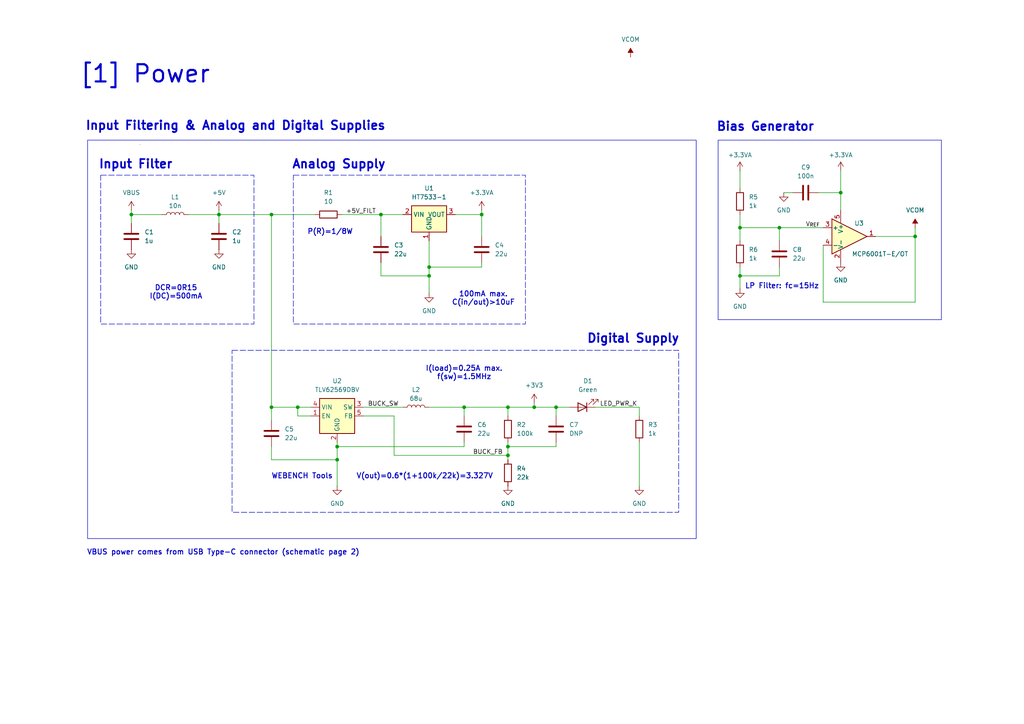
<source format=kicad_sch>
(kicad_sch (version 20231120) (generator "eeschema") (generator_version "8.0")
  (paper "A4")
  (title_block (title "Power Circuit") (date "2025-02-11") (rev "0.1") (company "Le Quoc Dung"))
  (lib_symbols
    (symbol "Amplifier_Operational:MCP6001-OT" (pin_names (offset 0.127))
      (property "Reference" "U" (at -1.27 6.35 0))
      (property "Value" "MCP6001-OT" (at -1.27 3.81 0))
      (symbol "MCP6001-OT_0_1"
        (polyline (pts (xy -5.08 5.08) (xy 5.08 0) (xy -5.08 -5.08) (xy -5.08 5.08)) (stroke (width 0.254)) (fill (type background)))
        (pin power_in line (at -2.54 -7.62 90) (length 3.81) (name "V-") (number "2"))
        (pin power_in line (at -2.54 7.62 270) (length 3.81) (name "V+") (number "5"))
      )
      (symbol "MCP6001-OT_1_1"
        (pin output line (at 7.62 0 180) (length 2.54) (name "~") (number "1"))
        (pin input line (at -7.62 2.54 0) (length 2.54) (name "+") (number "3"))
        (pin input line (at -7.62 -2.54 0) (length 2.54) (name "-") (number "4"))
      )
    )
    (symbol "Device:C" (pin_numbers hide) (pin_names (offset 0.254))
      (property "Reference" "C" (at 0.635 2.54 0))
      (property "Value" "C" (at 0.635 -2.54 0))
      (symbol "C_0_1"
        (polyline (pts (xy -2.032 -0.762) (xy 2.032 -0.762)) (stroke (width 0.508)))
        (polyline (pts (xy -2.032 0.762) (xy 2.032 0.762)) (stroke (width 0.508)))
      )
      (symbol "C_1_1"
        (pin passive line (at 0 3.81 270) (length 2.794) (name "~") (number "1"))
        (pin passive line (at 0 -3.81 90) (length 2.794) (name "~") (number "2"))
      )
    )
    (symbol "Device:L" (pin_numbers hide) (pin_names (offset 1.016) hide)
      (property "Reference" "L" (at -1.27 0 90))
      (property "Value" "L" (at 1.905 0 90))
      (symbol "L_0_1"
        (arc (start 0 -2.54) (mid 0.6323 -1.905) (end 0 -1.27))
        (arc (start 0 -1.27) (mid 0.6323 -0.635) (end 0 0))
        (arc (start 0 0) (mid 0.6323 0.635) (end 0 1.27))
        (arc (start 0 1.27) (mid 0.6323 1.905) (end 0 2.54))
      )
      (symbol "L_1_1"
        (pin passive line (at 0 3.81 270) (length 1.27) (name "1") (number "1"))
        (pin passive line (at 0 -3.81 90) (length 1.27) (name "2") (number "2"))
      )
    )
    (symbol "Device:LED" (pin_numbers hide) (pin_names (offset 1.016) hide)
      (property "Reference" "D" (at 0 2.54 0))
      (property "Value" "LED" (at 0 -2.54 0))
      (symbol "LED_0_1"
        (polyline (pts (xy -1.27 -1.27) (xy -1.27 1.27)) (stroke (width 0.254)))
        (polyline (pts (xy -1.27 0) (xy 1.27 0)))
        (polyline (pts (xy 1.27 -1.27) (xy 1.27 1.27) (xy -1.27 0) (xy 1.27 -1.27)) (stroke (width 0.254)))
        (polyline (pts (xy -3.048 -0.762) (xy -4.572 -2.286) (xy -3.81 -2.286) (xy -4.572 -2.286) (xy -4.572 -1.524)))
        (polyline (pts (xy -1.778 -0.762) (xy -3.302 -2.286) (xy -2.54 -2.286) (xy -3.302 -2.286) (xy -3.302 -1.524)))
      )
      (symbol "LED_1_1"
        (pin passive line (at -3.81 0 0) (length 2.54) (name "K") (number "1"))
        (pin passive line (at 3.81 0 180) (length 2.54) (name "A") (number "2"))
      )
    )
    (symbol "Device:R" (pin_numbers hide) (pin_names (offset 0))
      (property "Reference" "R" (at 2.032 0 90))
      (property "Value" "R" (at 0 0 90))
      (symbol "R_0_1"
        (rectangle (start -1.016 -2.54) (end 1.016 2.54) (stroke (width 0.254)))
      )
      (symbol "R_1_1"
        (pin passive line (at 0 3.81 270) (length 1.27) (name "~") (number "1"))
        (pin passive line (at 0 -3.81 90) (length 1.27) (name "~") (number "2"))
      )
    )
    (symbol "Regulator_Linear:HT75xx-1-SOT89"
      (property "Reference" "U" (at -5.08 -3.81 0))
      (property "Value" "HT75xx-1-SOT89" (at 0 6.35 0))
      (symbol "HT75xx-1-SOT89_0_1"
        (rectangle (start -5.08 5.08) (end 5.08 -2.54) (stroke (width 0.254)) (fill (type background)))
      )
      (symbol "HT75xx-1-SOT89_1_1"
        (pin power_in line (at 0 -5.08 90) (length 2.54) (name "GND") (number "1"))
        (pin power_in line (at -7.62 2.54 0) (length 2.54) (name "VIN") (number "2"))
        (pin power_out line (at 7.62 2.54 180) (length 2.54) (name "VOUT") (number "3"))
      )
    )
    (symbol "Regulator_Switching:TLV62569DBV"
      (property "Reference" "U" (at -5.08 6.35 0))
      (property "Value" "TLV62569DBV" (at 0 6.35 0))
      (symbol "TLV62569DBV_0_1"
        (rectangle (start -5.08 5.08) (end 5.08 -5.08) (stroke (width 0.254)) (fill (type background)))
      )
      (symbol "TLV62569DBV_1_1"
        (pin input line (at -7.62 0 0) (length 2.54) (name "EN") (number "1"))
        (pin power_in line (at 0 -7.62 90) (length 2.54) (name "GND") (number "2"))
        (pin power_out line (at 7.62 2.54 180) (length 2.54) (name "SW") (number "3"))
        (pin power_in line (at -7.62 2.54 0) (length 2.54) (name "VIN") (number "4"))
        (pin input line (at 7.62 0 180) (length 2.54) (name "FB") (number "5"))
      )
    )
    (symbol "power:+3.3VA" (power) (pin_numbers hide) (pin_names (offset 0) hide)
      (property "Value" "+3.3VA" (at 0 3.556 0))
      (symbol "+3.3VA_0_1"
        (polyline (pts (xy -0.762 1.27) (xy 0 2.54)))
        (polyline (pts (xy 0 0) (xy 0 2.54)))
        (polyline (pts (xy 0 2.54) (xy 0.762 1.27)))
      )
      (symbol "+3.3VA_1_1"
        (pin power_in line (at 0 0 90) (length 0) (name "~") (number "1"))
      )
    )
    (symbol "power:+3V3" (power) (pin_numbers hide) (pin_names (offset 0) hide)
      (property "Value" "+3V3" (at 0 3.556 0))
      (symbol "+3V3_0_1"
        (polyline (pts (xy -0.762 1.27) (xy 0 2.54)))
        (polyline (pts (xy 0 0) (xy 0 2.54)))
        (polyline (pts (xy 0 2.54) (xy 0.762 1.27)))
      )
      (symbol "+3V3_1_1"
        (pin power_in line (at 0 0 90) (length 0) (name "~") (number "1"))
      )
    )
    (symbol "power:GND" (power) (pin_numbers hide) (pin_names (offset 0) hide)
      (property "Value" "GND" (at 0 -3.81 0))
      (symbol "GND_0_1"
        (polyline (pts (xy 0 0) (xy 0 -1.27) (xy 1.27 -1.27) (xy 0 -2.54) (xy -1.27 -1.27) (xy 0 -1.27)))
      )
      (symbol "GND_1_1"
        (pin power_in line (at 0 0 270) (length 0) (name "~") (number "1"))
      )
    )
    (symbol "power:VBUS" (power) (pin_numbers hide) (pin_names (offset 0) hide)
      (property "Value" "VBUS" (at 0 3.556 0))
      (symbol "VBUS_0_1"
        (polyline (pts (xy -0.762 1.27) (xy 0 2.54)))
        (polyline (pts (xy 0 0) (xy 0 2.54)))
        (polyline (pts (xy 0 2.54) (xy 0.762 1.27)))
      )
      (symbol "VBUS_1_1"
        (pin power_in line (at 0 0 90) (length 0) (name "~") (number "1"))
      )
    )
    (symbol "power:VCOM" (power) (pin_numbers hide) (pin_names (offset 0) hide)
      (property "Value" "VCOM" (at 0 3.556 0))
      (symbol "VCOM_0_1"
        (polyline (pts (xy 0 0) (xy 0 2.54)))
        (polyline (pts (xy 0.762 1.27) (xy -0.762 1.27) (xy 0 2.54) (xy 0.762 1.27)) (fill (type outline)))
      )
      (symbol "VCOM_1_1"
        (pin power_in line (at 0 0 90) (length 0) (name "~") (number "1"))
      )
    )
  )
  (junction (at 147.32 118.11))
  (junction (at 147.32 132.08))
  (junction (at 134.62 118.11))
  (junction (at 86.36 118.11))
  (junction (at 110.49 62.23))
  (junction (at 214.63 66.04))
  (junction (at 147.32 129.54))
  (junction (at 226.06 66.04))
  (junction (at 243.84 55.88))
  (junction (at 265.43 68.58))
  (junction (at 78.74 62.23))
  (junction (at 97.79 129.54))
  (junction (at 139.7 62.23))
  (junction (at 124.46 80.01))
  (junction (at 78.74 118.11))
  (junction (at 124.46 77.47))
  (junction (at 38.1 62.23))
  (junction (at 161.29 118.11))
  (junction (at 214.63 80.01))
  (junction (at 154.94 118.11))
  (junction (at 97.79 133.35))
  (junction (at 63.5 62.23))
  (wire (pts (xy 38.1 60.96) (xy 38.1 62.23)))
  (wire (pts (xy 147.32 129.54) (xy 147.32 132.08)))
  (wire (pts (xy 147.32 118.11) (xy 134.62 118.11)))
  (wire (pts (xy 185.42 120.65) (xy 185.42 118.11)))
  (wire (pts (xy 265.43 87.63) (xy 238.76 87.63)))
  (wire (pts (xy 86.36 120.65) (xy 86.36 118.11)))
  (wire (pts (xy 161.29 128.27) (xy 161.29 129.54)))
  (wire (pts (xy 134.62 118.11) (xy 124.46 118.11)))
  (wire (pts (xy 110.49 80.01) (xy 110.49 76.2)))
  (wire (pts (xy 226.06 80.01) (xy 214.63 80.01)))
  (wire (pts (xy 97.79 133.35) (xy 97.79 140.97)))
  (wire (pts (xy 86.36 118.11) (xy 90.17 118.11)))
  (wire (pts (xy 134.62 129.54) (xy 97.79 129.54)))
  (wire (pts (xy 114.3 120.65) (xy 105.41 120.65)))
  (wire (pts (xy 214.63 66.04) (xy 214.63 69.85)))
  (wire (pts (xy 254 68.58) (xy 265.43 68.58)))
  (wire (pts (xy 105.41 118.11) (xy 116.84 118.11)))
  (wire (pts (xy 214.63 66.04) (xy 214.63 62.23)))
  (wire (pts (xy 185.42 128.27) (xy 185.42 140.97)))
  (wire (pts (xy 161.29 129.54) (xy 147.32 129.54)))
  (wire (pts (xy 214.63 49.53) (xy 214.63 54.61)))
  (wire (pts (xy 226.06 66.04) (xy 226.06 69.85)))
  (wire (pts (xy 147.32 132.08) (xy 147.32 133.35)))
  (wire (pts (xy 237.49 55.88) (xy 243.84 55.88)))
  (wire (pts (xy 161.29 118.11) (xy 154.94 118.11)))
  (wire (pts (xy 139.7 60.96) (xy 139.7 62.23)))
  (wire (pts (xy 78.74 129.54) (xy 78.74 133.35)))
  (wire (pts (xy 227.33 55.88) (xy 229.87 55.88)))
  (wire (pts (xy 243.84 55.88) (xy 243.84 60.96)))
  (wire (pts (xy 97.79 129.54) (xy 97.79 128.27)))
  (wire (pts (xy 139.7 62.23) (xy 132.08 62.23)))
  (wire (pts (xy 161.29 118.11) (xy 161.29 120.65)))
  (wire (pts (xy 226.06 77.47) (xy 226.06 80.01)))
  (wire (pts (xy 110.49 62.23) (xy 110.49 68.58)))
  (wire (pts (xy 38.1 62.23) (xy 46.99 62.23)))
  (wire (pts (xy 134.62 129.54) (xy 134.62 128.27)))
  (wire (pts (xy 134.62 120.65) (xy 134.62 118.11)))
  (wire (pts (xy 78.74 118.11) (xy 86.36 118.11)))
  (wire (pts (xy 265.43 68.58) (xy 265.43 87.63)))
  (wire (pts (xy 139.7 77.47) (xy 139.7 76.2)))
  (wire (pts (xy 154.94 116.84) (xy 154.94 118.11)))
  (wire (pts (xy 78.74 62.23) (xy 78.74 118.11)))
  (wire (pts (xy 124.46 69.85) (xy 124.46 77.47)))
  (wire (pts (xy 99.06 62.23) (xy 110.49 62.23)))
  (wire (pts (xy 63.5 60.96) (xy 63.5 62.23)))
  (wire (pts (xy 147.32 128.27) (xy 147.32 129.54)))
  (wire (pts (xy 54.61 62.23) (xy 63.5 62.23)))
  (wire (pts (xy 147.32 132.08) (xy 114.3 132.08)))
  (wire (pts (xy 214.63 80.01) (xy 214.63 83.82)))
  (wire (pts (xy 97.79 129.54) (xy 97.79 133.35)))
  (wire (pts (xy 63.5 62.23) (xy 78.74 62.23)))
  (wire (pts (xy 78.74 121.92) (xy 78.74 118.11)))
  (wire (pts (xy 243.84 49.53) (xy 243.84 55.88)))
  (wire (pts (xy 114.3 132.08) (xy 114.3 120.65)))
  (wire (pts (xy 147.32 118.11) (xy 154.94 118.11)))
  (wire (pts (xy 110.49 80.01) (xy 124.46 80.01)))
  (wire (pts (xy 124.46 77.47) (xy 139.7 77.47)))
  (wire (pts (xy 90.17 120.65) (xy 86.36 120.65)))
  (wire (pts (xy 78.74 62.23) (xy 91.44 62.23)))
  (wire (pts (xy 124.46 77.47) (xy 124.46 80.01)))
  (wire (pts (xy 63.5 62.23) (xy 63.5 64.77)))
  (wire (pts (xy 238.76 87.63) (xy 238.76 71.12)))
  (wire (pts (xy 265.43 68.58) (xy 265.43 66.04)))
  (wire (pts (xy 110.49 62.23) (xy 116.84 62.23)))
  (wire (pts (xy 78.74 133.35) (xy 97.79 133.35)))
  (wire (pts (xy 165.1 118.11) (xy 161.29 118.11)))
  (wire (pts (xy 172.72 118.11) (xy 185.42 118.11)))
  (wire (pts (xy 124.46 80.01) (xy 124.46 85.09)))
  (wire (pts (xy 238.76 66.04) (xy 226.06 66.04)))
  (wire (pts (xy 139.7 62.23) (xy 139.7 68.58)))
  (wire (pts (xy 226.06 66.04) (xy 214.63 66.04)))
  (wire (pts (xy 38.1 62.23) (xy 38.1 64.77)))
  (wire (pts (xy 214.63 77.47) (xy 214.63 80.01)))
  (wire (pts (xy 147.32 120.65) (xy 147.32 118.11)))
  (rectangle (start 40.64 41.91) (end 40.64 41.91))
  (rectangle (start 208.28 40.64) (end 273.05 92.71))
  (rectangle (start 29.21 50.8) (end 73.66 93.98) (stroke (width 0) (type dash)))
  (rectangle (start 67.31 101.6) (end 196.85 148.59) (stroke (width 0) (type dash)))
  (rectangle (start 25.4 40.64) (end 201.93 156.21))
  (rectangle (start 85.09 50.8) (end 152.4 93.98) (stroke (width 0) (type dash)))
  (text "100mA max.\nC(in/out)>10uF" (at 140.208 86.614 0) (effects (font (size 1.5 1.5) (thickness 0.254) (bold yes))))
  (text "Bias Generator" (at 221.996 36.83 0) (effects (font (size 2.5 2.5) (thickness 0.5) (bold yes))))
  (text "DCR=0R15\nI(DC)=500mA" (at 51.054 84.836 0) (effects (font (size 1.5 1.5) (thickness 0.254) (bold yes))))
  (text "VBUS power comes from USB Type-C connector (schematic page 2)" (at 64.77 160.274 0) (effects (font (size 1.5 1.5) (thickness 0.254) (bold yes))))
  (text "Input Filter" (at 39.37 47.752 0) (effects (font (size 2.5 2.5) (thickness 0.5) (bold yes))))
  (text "Input Filtering & Analog and Digital Supplies" (at 68.326 36.576 0) (effects (font (size 2.5 2.5) (thickness 0.5) (bold yes))))
  (text "V(out)=0.6*(1+100k/22k)=3.327V\n" (at 123.19 138.176 0) (effects (font (size 1.5 1.5) (thickness 0.254) (bold yes))))
  (text "Analog Supply" (at 98.298 47.752 0) (effects (font (size 2.5 2.5) (thickness 0.5) (bold yes))))
  (text "LP Filter: fc=15Hz" (at 226.822 83.058 0) (effects (font (size 1.5 1.5) (thickness 0.254) (bold yes))))
  (text "I(load)=0.25A max.\nf(sw)=1.5MHz\n" (at 134.62 108.204 0) (effects (font (size 1.5 1.5) (thickness 0.254) (bold yes))))
  (text "[1] Power" (at 42.164 21.59 0) (effects (font (size 5 5) (thickness 0.625))))
  (text "Digital Supply" (at 183.642 98.298 0) (effects (font (size 2.5 2.5) (thickness 0.5) (bold yes))))
  (text "P(R)=1/8W" (at 95.758 67.31 0) (effects (font (size 1.5 1.5) (thickness 0.254) (bold yes))))
  (text "WEBENCH Tools\n" (at 87.63 138.176 0) (effects (font (size 1.5 1.5) (thickness 0.254) (bold yes))))
  (label "BUCK_FB" (at 137.16 132.08 0))
  (label "+5V_FILT" (at 100.33 62.23 0))
  (label "V_{REF}" (at 233.68 66.04 0))
  (label "LED_PWR_K" (at 173.99 118.11 0))
  (label "BUCK_SW" (at 106.68 118.11 0))
  (symbol (lib_id "power:GND") (at 97.79 140.97 0) (unit 1)
    (property "Reference" "#PWR07" (effects (hide yes)))
    (property "Value" "GND" (at 97.79 146.05 0))
    (property "Description" "Power symbol creates a global label with name \"GND\" , ground" (effects (hide yes)))
  )
  (symbol (lib_id "Device:C") (at 110.49 72.39 0) (unit 1)
    (property "Reference" "C3" (at 114.3 71.1199 0) (effects (justify left)))
    (property "Value" "22u" (at 114.3 73.6599 0) (effects (justify left)))
    (property "Description" "Unpolarized capacitor" (effects (hide yes)))
  )
  (symbol (lib_id "Amplifier_Operational:MCP6001-OT") (at 246.38 68.58 0) (unit 1)
    (property "Reference" "U3" (at 249.174 64.77 0))
    (property "Value" "MCP6001T-E/OT" (at 255.27 73.66 0))
    (property "Footprint" "Package_TO_SOT_SMD:SOT-23-5" (effects (hide yes)))
    (property "Datasheet" "https://ww1.microchip.com/downloads/en/DeviceDoc/MCP6001-1R-1U-2-4-1-MHz-Low-Power-Op-Amp-DS20001733L.pdf" (effects (hide yes)))
    (property "Description" "1MHz, Low-Power Op Amp, SOT-23-5" (effects (hide yes)))
  )
  (symbol (lib_id "Device:L") (at 120.65 118.11 90) (unit 1)
    (property "Reference" "L2" (at 120.65 113.03 90))
    (property "Value" "68u" (at 120.65 115.57 90))
    (property "Description" "Inductor" (effects (hide yes)))
  )
  (symbol (lib_id "Device:C") (at 139.7 72.39 0) (unit 1)
    (property "Reference" "C4" (at 143.51 71.1199 0) (effects (justify left)))
    (property "Value" "22u" (at 143.51 73.6599 0) (effects (justify left)))
    (property "Description" "Unpolarized capacitor" (effects (hide yes)))
  )
  (symbol (lib_id "Device:C") (at 161.29 124.46 0) (unit 1)
    (property "Reference" "C7" (at 165.1 123.1899 0) (effects (justify left)))
    (property "Value" "DNP" (at 165.1 125.7299 0) (effects (justify left)))
    (property "Description" "Unpolarized capacitor" (effects (hide yes)))
  )
  (symbol (lib_id "Device:R") (at 95.25 62.23 90) (unit 1)
    (property "Reference" "R1" (at 95.25 55.88 90))
    (property "Value" "10" (at 95.25 58.42 90))
    (property "Description" "Resistor" (effects (hide yes)))
  )
  (symbol (lib_id "Device:LED") (at 168.91 118.11 180) (unit 1)
    (property "Reference" "D1" (at 170.4975 110.49 0))
    (property "Value" "Green" (at 170.4975 113.03 0))
    (property "Description" "Light emitting diode" (effects (hide yes)))
  )
  (symbol (lib_id "Device:C") (at 233.68 55.88 90) (unit 1)
    (property "Reference" "C9" (at 233.68 48.514 90))
    (property "Value" "100n" (at 233.68 51.054 90))
    (property "Description" "Unpolarized capacitor" (effects (hide yes)))
  )
  (symbol (lib_id "power:VBUS") (at 38.1 60.96 0) (unit 1)
    (property "Reference" "#PWR01" (effects (hide yes)))
    (property "Value" "VBUS" (at 38.1 55.88 0))
    (property "Description" "Power symbol creates a global label with name \"VBUS\"" (effects (hide yes)))
  )
  (symbol (lib_id "Device:R") (at 214.63 58.42 0) (unit 1)
    (property "Reference" "R5" (at 217.17 57.1499 0) (effects (justify left)))
    (property "Value" "1k" (at 217.17 59.6899 0) (effects (justify left)))
    (property "Description" "Resistor" (effects (hide yes)))
  )
  (symbol (lib_id "Regulator_Switching:TLV62569DBV") (at 97.79 120.65 0) (unit 1)
    (property "Reference" "U2" (at 97.79 110.49 0))
    (property "Value" "TLV62569DBV" (at 97.79 113.03 0))
    (property "Footprint" "Package_TO_SOT_SMD:SOT-23-5" (effects (hide yes)))
    (property "Datasheet" "http://www.ti.com/lit/ds/symlink/tlv62569.pdf" (effects (hide yes)))
    (property "Description" "High Efficiency Synchronous Buck Converter, Adjustable Output 0.6V-5.5V, 2A, SOT-23-5" (effects (hide yes)))
  )
  (symbol (lib_id "Device:C") (at 226.06 73.66 0) (unit 1)
    (property "Reference" "C8" (at 229.87 72.3899 0) (effects (justify left)))
    (property "Value" "22u" (at 229.87 74.9299 0) (effects (justify left)))
    (property "Description" "Unpolarized capacitor" (effects (hide yes)))
  )
  (symbol (lib_id "power:VBUS") (at 63.5 60.96 0) (unit 1)
    (property "Reference" "#PWR02" (effects (hide yes)))
    (property "Value" "+5V" (at 63.5 55.88 0))
    (property "Description" "Power symbol creates a global label with name \"VBUS\"" (effects (hide yes)))
  )
  (symbol (lib_id "Regulator_Linear:HT75xx-1-SOT89") (at 124.46 64.77 0) (unit 1)
    (property "Reference" "U1" (at 124.46 54.61 0))
    (property "Value" "HT7533-1" (at 124.46 57.15 0))
    (property "Footprint" "Package_TO_SOT_SMD:SOT-89-3" (effects (hide yes)))
    (property "Datasheet" "https://www.holtek.com/documents/10179/116711/HT75xx-1v250.pdf" (effects (hide yes)))
    (property "Description" "100mA Low Dropout Voltage Regulator, Fixed Output, SOT89" (effects (hide yes)))
  )
  (symbol (lib_id "power:GND") (at 147.32 140.97 0) (unit 1)
    (property "Reference" "#PWR010" (effects (hide yes)))
    (property "Value" "GND" (at 147.32 146.05 0))
    (property "Description" "Power symbol creates a global label with name \"GND\" , ground" (effects (hide yes)))
  )
  (symbol (lib_id "Device:R") (at 147.32 137.16 0) (unit 1)
    (property "Reference" "R4" (at 149.86 135.8899 0) (effects (justify left)))
    (property "Value" "22k" (at 149.86 138.4299 0) (effects (justify left)))
    (property "Description" "Resistor" (effects (hide yes)))
  )
  (symbol (lib_id "Device:C") (at 38.1 68.58 0) (unit 1)
    (property "Reference" "C1" (at 41.91 67.3099 0) (effects (justify left)))
    (property "Value" "1u" (at 41.91 69.8499 0) (effects (justify left)))
    (property "Description" "Unpolarized capacitor" (effects (hide yes)))
  )
  (symbol (lib_id "Device:R") (at 214.63 73.66 0) (unit 1)
    (property "Reference" "R6" (at 217.17 72.3899 0) (effects (justify left)))
    (property "Value" "1k" (at 217.17 74.9299 0) (effects (justify left)))
    (property "Description" "Resistor" (effects (hide yes)))
  )
  (symbol (lib_id "Device:R") (at 147.32 124.46 0) (unit 1)
    (property "Reference" "R2" (at 149.86 123.1899 0) (effects (justify left)))
    (property "Value" "100k" (at 149.86 125.7299 0) (effects (justify left)))
    (property "Description" "Resistor" (effects (hide yes)))
  )
  (symbol (lib_id "power:+3V3") (at 154.94 116.84 0) (unit 1)
    (property "Reference" "#PWR08" (effects (hide yes)))
    (property "Value" "+3V3" (at 154.94 111.76 0))
    (property "Description" "Power symbol creates a global label with name \"+3V3\"" (effects (hide yes)))
  )
  (symbol (lib_id "power:+3.3VA") (at 139.7 60.96 0) (unit 1)
    (property "Reference" "#PWR06" (effects (hide yes)))
    (property "Value" "+3.3VA" (at 139.7 55.88 0))
    (property "Description" "Power symbol creates a global label with name \"+3.3VA\"" (effects (hide yes)))
  )
  (symbol (lib_id "power:GND") (at 214.63 83.82 0) (unit 1)
    (property "Reference" "#PWR017" (effects (hide yes)))
    (property "Value" "GND" (at 214.63 88.9 0))
    (property "Description" "Power symbol creates a global label with name \"GND\" , ground" (effects (hide yes)))
  )
  (symbol (lib_id "power:+3.3VA") (at 243.84 49.53 0) (unit 1)
    (property "Reference" "#PWR011" (effects (hide yes)))
    (property "Value" "+3.3VA" (at 243.84 44.958 0))
    (property "Description" "Power symbol creates a global label with name \"+3.3VA\"" (effects (hide yes)))
  )
  (symbol (lib_id "power:VCOM") (at 265.43 66.04 0) (unit 1)
    (property "Reference" "#PWR013" (effects (hide yes)))
    (property "Value" "VCOM" (at 265.43 60.96 0))
    (property "Description" "Power symbol creates a global label with name \"VCOM\"" (effects (hide yes)))
  )
  (symbol (lib_id "Device:L") (at 50.8 62.23 90) (unit 1)
    (property "Reference" "L1" (at 50.8 57.15 90))
    (property "Value" "10n" (at 50.8 59.69 90))
    (property "Description" "Inductor" (effects (hide yes)))
  )
  (symbol (lib_id "Device:C") (at 63.5 68.58 0) (unit 1)
    (property "Reference" "C2" (at 67.31 67.3099 0) (effects (justify left)))
    (property "Value" "1u" (at 67.31 69.8499 0) (effects (justify left)))
    (property "Description" "Unpolarized capacitor" (effects (hide yes)))
  )
  (symbol (lib_id "Device:C") (at 134.62 124.46 0) (unit 1)
    (property "Reference" "C6" (at 138.43 123.1899 0) (effects (justify left)))
    (property "Value" "22u" (at 138.43 125.7299 0) (effects (justify left)))
    (property "Description" "Unpolarized capacitor" (effects (hide yes)))
  )
  (symbol (lib_id "power:GND") (at 38.1 72.39 0) (unit 1)
    (property "Reference" "#PWR03" (effects (hide yes)))
    (property "Value" "GND" (at 38.1 77.47 0))
    (property "Description" "Power symbol creates a global label with name \"GND\" , ground" (effects (hide yes)))
  )
  (symbol (lib_id "power:GND") (at 185.42 140.97 0) (unit 1)
    (property "Reference" "#PWR09" (effects (hide yes)))
    (property "Value" "GND" (at 185.42 146.05 0))
    (property "Description" "Power symbol creates a global label with name \"GND\" , ground" (effects (hide yes)))
  )
  (symbol (lib_id "power:GND") (at 243.84 76.2 0) (unit 1)
    (property "Reference" "#PWR012" (effects (hide yes)))
    (property "Value" "GND" (at 243.84 81.28 0))
    (property "Description" "Power symbol creates a global label with name \"GND\" , ground" (effects (hide yes)))
  )
  (symbol (lib_id "power:GND") (at 227.33 55.88 0) (unit 1)
    (property "Reference" "#PWR015" (effects (hide yes)))
    (property "Value" "GND" (at 227.33 60.96 0))
    (property "Description" "Power symbol creates a global label with name \"GND\" , ground" (effects (hide yes)))
  )
  (symbol (lib_id "Device:C") (at 78.74 125.73 180) (unit 1)
    (property "Reference" "C5" (at 82.55 124.4599 0) (effects (justify right)))
    (property "Value" "22u" (at 82.55 126.9999 0) (effects (justify right)))
    (property "Description" "Unpolarized capacitor" (effects (hide yes)))
  )
  (symbol (lib_id "power:GND") (at 124.46 85.09 0) (unit 1)
    (property "Reference" "#PWR05" (effects (hide yes)))
    (property "Value" "GND" (at 124.46 90.17 0))
    (property "Description" "Power symbol creates a global label with name \"GND\" , ground" (effects (hide yes)))
  )
  (symbol (lib_id "power:VCOM") (at 182.88 16.51 0) (unit 1)
    (property "Reference" "#PWR014" (effects (hide yes)))
    (property "Value" "VCOM" (at 182.88 11.43 0))
    (property "Description" "Power symbol creates a global label with name \"VCOM\"" (effects (hide yes)))
  )
  (symbol (lib_id "power:+3.3VA") (at 214.63 49.53 0) (unit 1)
    (property "Reference" "#PWR016" (effects (hide yes)))
    (property "Value" "+3.3VA" (at 214.63 44.958 0))
    (property "Description" "Power symbol creates a global label with name \"+3.3VA\"" (effects (hide yes)))
  )
  (symbol (lib_id "power:GND") (at 63.5 72.39 0) (unit 1)
    (property "Reference" "#PWR04" (effects (hide yes)))
    (property "Value" "GND" (at 63.5 77.47 0))
    (property "Description" "Power symbol creates a global label with name \"GND\" , ground" (effects (hide yes)))
  )
  (symbol (lib_id "Device:R") (at 185.42 124.46 0) (unit 1)
    (property "Reference" "R3" (at 187.96 123.1899 0) (effects (justify left)))
    (property "Value" "1k" (at 187.96 125.7299 0) (effects (justify left)))
    (property "Description" "Resistor" (effects (hide yes)))
  )
)
</source>
